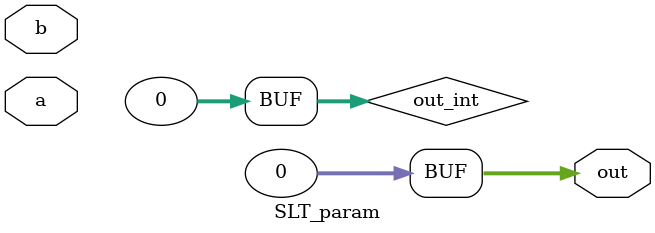
<source format=v>
`timescale 1ns / 1ps


module SLT_param(out, a, b);

    parameter size = 32;
    
    input [size-1:0] a, b;
    output [size-1:0] out;
    
    reg [size-1:0] out_int;
    
    always @ (*) begin
        if (a < b) begin
            out_int[size-1:1] = 31'd0;
            out_int[0] = 1'b1;
        end else
            out_int[size-1:1] = 31'd0;
            out_int[0] = 1'b0;
    end
    
    assign out = out_int;
    
endmodule

</source>
